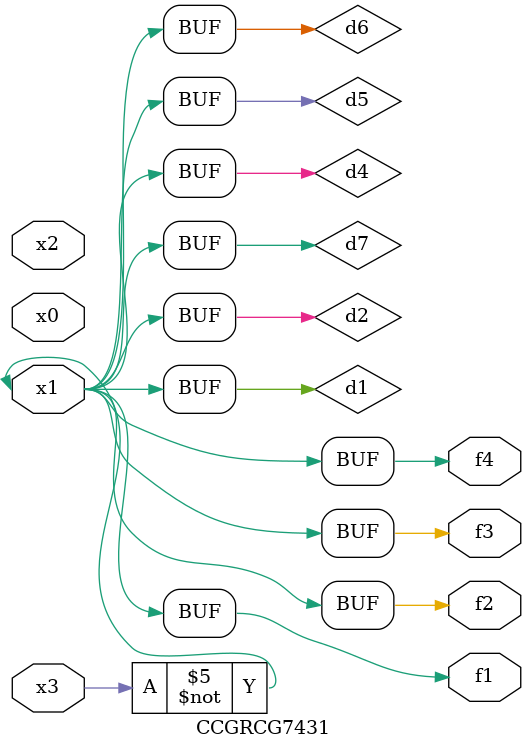
<source format=v>
module CCGRCG7431(
	input x0, x1, x2, x3,
	output f1, f2, f3, f4
);

	wire d1, d2, d3, d4, d5, d6, d7;

	not (d1, x3);
	buf (d2, x1);
	xnor (d3, d1, d2);
	nor (d4, d1);
	buf (d5, d1, d2);
	buf (d6, d4, d5);
	nand (d7, d4);
	assign f1 = d6;
	assign f2 = d7;
	assign f3 = d6;
	assign f4 = d6;
endmodule

</source>
